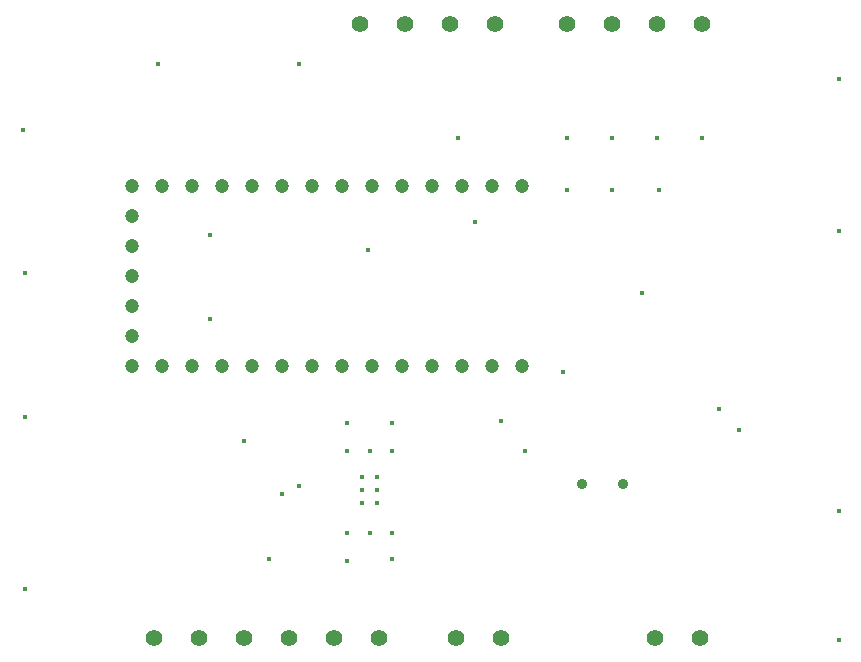
<source format=gbr>
%TF.GenerationSoftware,Novarm,DipTrace,3.3.1.3*%
%TF.CreationDate,2020-07-03T15:38:07+00:00*%
%FSLAX35Y35*%
%MOMM*%
%TF.FileFunction,Plated,1,2,PTH,Drill*%
%TF.Part,Single*%
%TA.AperFunction,ViaDrill*%
%ADD15C,0.4*%
%TA.AperFunction,ComponentDrill*%
%ADD41C,0.9*%
%ADD42C,1.4*%
%ADD43C,1.2*%
G75*
G01*
D41*
X4921250Y2349500D3*
X5271250D3*
D42*
X5921400Y1050000D3*
X5540400D3*
X3048000Y6250000D3*
X3429000D3*
X3810000D3*
X4191000D3*
X4238600Y1050000D3*
X3857600D3*
X3206700D3*
X2825700D3*
X2444700D3*
X2063700D3*
X1682700D3*
X1301700D3*
X4794300Y6250000D3*
X5175300D3*
X5556300D3*
X5937300D3*
D43*
X4413250Y4873623D3*
X4159250D3*
X3905250D3*
X3651250D3*
X3397250D3*
X3143250D3*
X2889250D3*
X2635250D3*
X2381250D3*
X2127250D3*
X1873250D3*
X1619250D3*
X1365250D3*
X1111250D3*
Y4619623D3*
Y4365623D3*
Y4111623D3*
Y3857623D3*
Y3603623D3*
X4413250Y3349623D3*
X4159250D3*
X3905250D3*
X3651250D3*
X3397250D3*
X3143250D3*
X2889250D3*
X2635250D3*
X2381250D3*
X2127250D3*
X1873250D3*
X1619250D3*
X1365250D3*
X1111250D3*
D15*
X2063750Y2714627D3*
X2524127Y2333623D3*
X2381250Y2270123D3*
X1333500Y5905500D3*
X4794253Y5286373D3*
X5175250D3*
X5556253D3*
X5937250D3*
X3873500D3*
X2524127Y5905500D3*
X3063873Y2413000D3*
X3190877D3*
Y2301877D3*
X3063873Y2301873D3*
Y2190750D3*
X3190877D3*
X3317875Y2873375D3*
X2936875D3*
X2270127Y1714500D3*
X190500Y5349877D3*
X206373Y4143377D3*
Y2921000D3*
Y1460500D3*
X7096123Y5778500D3*
Y4492627D3*
X7096127Y2127250D3*
Y1031873D3*
X2936875Y1698625D3*
X3317875Y1714500D3*
X5429250Y3968750D3*
X6254750Y2809873D3*
X6080127Y2984500D3*
X3111500Y4333877D3*
X4016373Y4572000D3*
X4794250Y4841873D3*
X5175250D3*
X5572127D3*
X4238627Y2889250D3*
X4762500Y3302000D3*
X4445000Y2635250D3*
X1778000Y4460877D3*
Y3746500D3*
X2936875Y1936750D3*
X3127375D3*
X3317875D3*
X2936875Y2635250D3*
X3127375D3*
X3317875D3*
M02*

</source>
